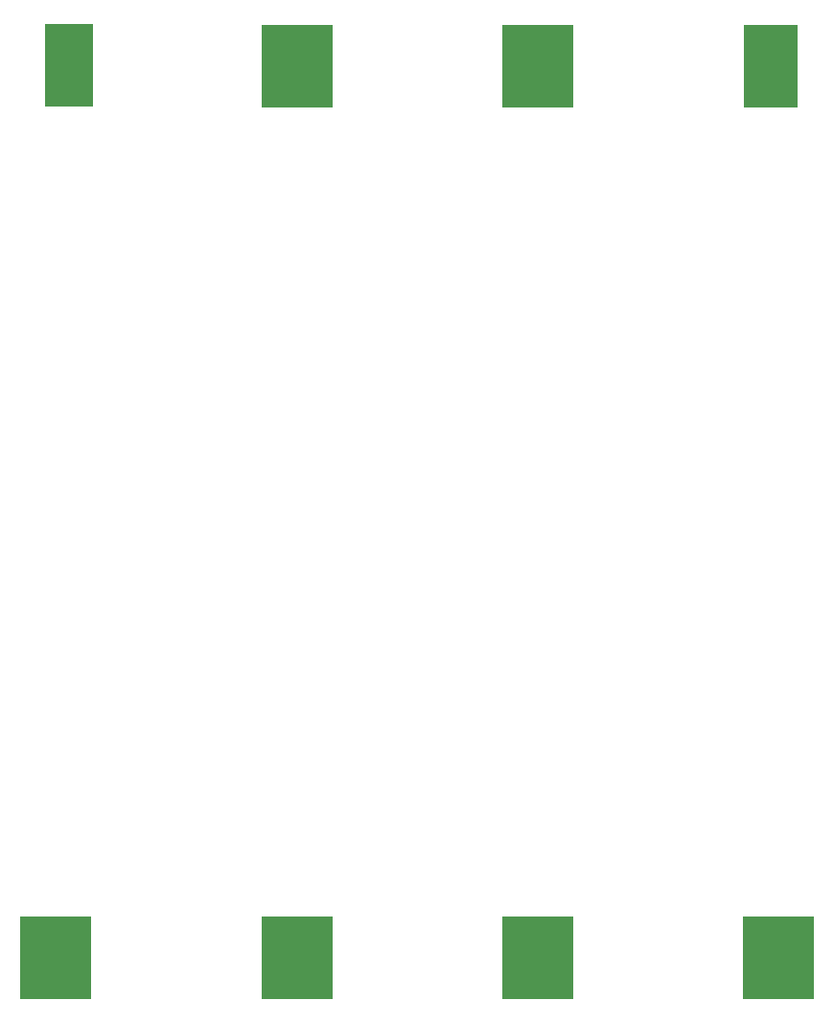
<source format=gbr>
%TF.GenerationSoftware,KiCad,Pcbnew,6.0.9*%
%TF.CreationDate,2022-12-12T20:01:49-05:00*%
%TF.ProjectId,piridium-eps,70697269-6469-4756-9d2d-6570732e6b69,rev?*%
%TF.SameCoordinates,Original*%
%TF.FileFunction,Paste,Bot*%
%TF.FilePolarity,Positive*%
%FSLAX46Y46*%
G04 Gerber Fmt 4.6, Leading zero omitted, Abs format (unit mm)*
G04 Created by KiCad (PCBNEW 6.0.9) date 2022-12-12 20:01:49*
%MOMM*%
%LPD*%
G01*
G04 APERTURE LIST*
%ADD10R,6.350000X7.340000*%
%ADD11R,4.699000X7.340000*%
%ADD12R,4.318000X7.340000*%
G04 APERTURE END LIST*
D10*
%TO.C,BT3*%
X178943000Y-138176000D03*
D11*
X178244500Y-59476000D03*
%TD*%
D12*
%TO.C,BT2*%
X116275000Y-59436000D03*
D10*
X115132000Y-138136000D03*
%TD*%
%TO.C,BT4*%
X136468000Y-59476000D03*
X136468000Y-138136000D03*
%TD*%
%TO.C,BT1*%
X157734000Y-138136000D03*
X157734000Y-59476000D03*
%TD*%
M02*

</source>
